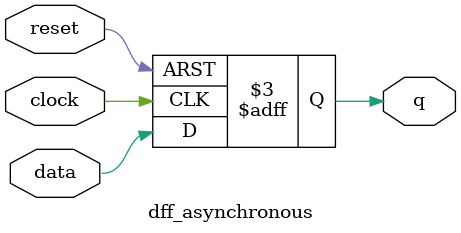
<source format=v>
module dff_asynchronous(q, reset, clock, data);// d_flipflop with asynchronous reset
   input reset, clock, data;
   output q;
   reg 	  q;

   always @ (posedge clock or negedge reset)
     begin
	if(reset == 0)
	  q <= 0;
	else
	  q <= data;
     end
   
endmodule // dff_asynchronous

</source>
